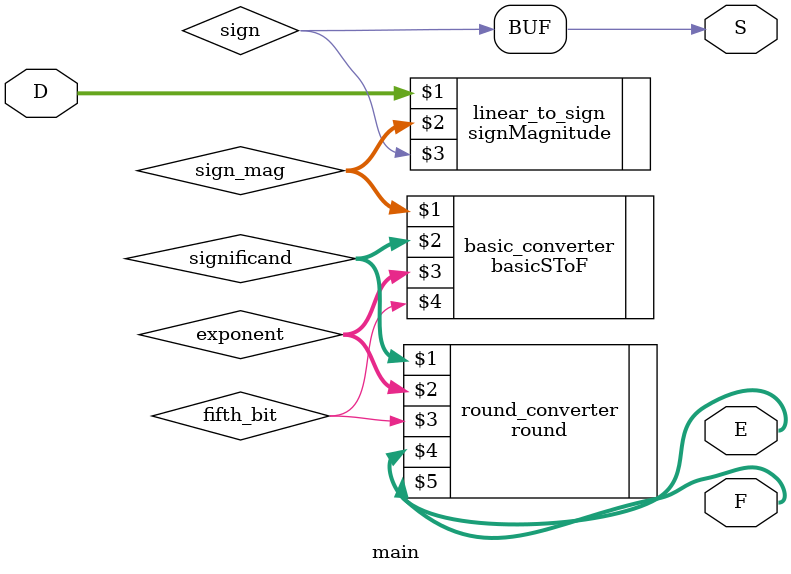
<source format=v>
`timescale 1ns / 1ps
module main(input[11:0] D, 
				output S, 
				output[2:0] E,
				output[3:0] F);
	wire sign;
	assign S = sign;
	wire[11:0] sign_mag;
	wire[2:0] exponent;
	wire[3:0] significand;
	wire fifth_bit;

	signMagnitude linear_to_sign(D,sign_mag,sign);
	basicSToF basic_converter(sign_mag, significand, exponent, fifth_bit);
	round round_converter(significand, exponent, fifth_bit, E, F);

endmodule



</source>
